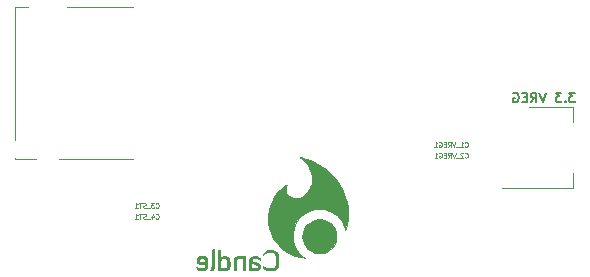
<source format=gbr>
%TF.GenerationSoftware,KiCad,Pcbnew,(5.1.6)-1*%
%TF.CreationDate,2020-08-08T14:22:08+05:30*%
%TF.ProjectId,F745_DISC,46373435-5f44-4495-9343-2e6b69636164,rev?*%
%TF.SameCoordinates,Original*%
%TF.FileFunction,Legend,Bot*%
%TF.FilePolarity,Positive*%
%FSLAX46Y46*%
G04 Gerber Fmt 4.6, Leading zero omitted, Abs format (unit mm)*
G04 Created by KiCad (PCBNEW (5.1.6)-1) date 2020-08-08 14:22:08*
%MOMM*%
%LPD*%
G01*
G04 APERTURE LIST*
%ADD10C,0.010000*%
%ADD11C,0.120000*%
%ADD12C,0.130000*%
%ADD13C,0.100000*%
G04 APERTURE END LIST*
D10*
%TO.C, *%
G36*
X54744739Y-58567141D02*
G01*
X54581969Y-58602542D01*
X54461482Y-58660752D01*
X54384567Y-58741100D01*
X54352514Y-58842915D01*
X54351600Y-58865634D01*
X54351600Y-58954817D01*
X54415288Y-58886097D01*
X54530728Y-58794753D01*
X54678911Y-58736240D01*
X54863360Y-58709349D01*
X54935800Y-58707190D01*
X55050623Y-58708874D01*
X55130365Y-58717220D01*
X55190601Y-58735081D01*
X55244388Y-58763737D01*
X55304260Y-58808195D01*
X55349036Y-58861929D01*
X55380753Y-58932531D01*
X55401449Y-59027590D01*
X55413164Y-59154696D01*
X55417936Y-59321438D01*
X55418361Y-59411464D01*
X55416316Y-59588974D01*
X55408768Y-59724136D01*
X55393535Y-59825294D01*
X55368436Y-59900790D01*
X55331288Y-59958968D01*
X55279911Y-60008171D01*
X55257936Y-60024983D01*
X55164999Y-60067119D01*
X55039871Y-60088204D01*
X54896005Y-60089485D01*
X54746856Y-60072209D01*
X54605877Y-60037623D01*
X54486522Y-59986973D01*
X54429490Y-59948223D01*
X54351600Y-59882684D01*
X54351600Y-59969414D01*
X54373806Y-60064279D01*
X54409055Y-60110120D01*
X54491072Y-60160563D01*
X54610403Y-60199795D01*
X54754530Y-60226480D01*
X54910937Y-60239283D01*
X55067107Y-60236868D01*
X55210522Y-60217902D01*
X55272240Y-60202194D01*
X55394262Y-60143949D01*
X55499133Y-60055351D01*
X55573388Y-59949266D01*
X55594732Y-59894029D01*
X55603773Y-59836137D01*
X55611442Y-59738569D01*
X55617172Y-59612442D01*
X55620400Y-59468874D01*
X55620901Y-59379200D01*
X55618707Y-59190937D01*
X55611179Y-59045169D01*
X55596266Y-58933694D01*
X55571916Y-58848312D01*
X55536080Y-58780822D01*
X55486705Y-58723026D01*
X55448060Y-58688181D01*
X55354677Y-58624874D01*
X55246011Y-58583654D01*
X55110568Y-58561462D01*
X54948500Y-58555218D01*
X54744739Y-58567141D01*
G37*
X54744739Y-58567141D02*
X54581969Y-58602542D01*
X54461482Y-58660752D01*
X54384567Y-58741100D01*
X54352514Y-58842915D01*
X54351600Y-58865634D01*
X54351600Y-58954817D01*
X54415288Y-58886097D01*
X54530728Y-58794753D01*
X54678911Y-58736240D01*
X54863360Y-58709349D01*
X54935800Y-58707190D01*
X55050623Y-58708874D01*
X55130365Y-58717220D01*
X55190601Y-58735081D01*
X55244388Y-58763737D01*
X55304260Y-58808195D01*
X55349036Y-58861929D01*
X55380753Y-58932531D01*
X55401449Y-59027590D01*
X55413164Y-59154696D01*
X55417936Y-59321438D01*
X55418361Y-59411464D01*
X55416316Y-59588974D01*
X55408768Y-59724136D01*
X55393535Y-59825294D01*
X55368436Y-59900790D01*
X55331288Y-59958968D01*
X55279911Y-60008171D01*
X55257936Y-60024983D01*
X55164999Y-60067119D01*
X55039871Y-60088204D01*
X54896005Y-60089485D01*
X54746856Y-60072209D01*
X54605877Y-60037623D01*
X54486522Y-59986973D01*
X54429490Y-59948223D01*
X54351600Y-59882684D01*
X54351600Y-59969414D01*
X54373806Y-60064279D01*
X54409055Y-60110120D01*
X54491072Y-60160563D01*
X54610403Y-60199795D01*
X54754530Y-60226480D01*
X54910937Y-60239283D01*
X55067107Y-60236868D01*
X55210522Y-60217902D01*
X55272240Y-60202194D01*
X55394262Y-60143949D01*
X55499133Y-60055351D01*
X55573388Y-59949266D01*
X55594732Y-59894029D01*
X55603773Y-59836137D01*
X55611442Y-59738569D01*
X55617172Y-59612442D01*
X55620400Y-59468874D01*
X55620901Y-59379200D01*
X55618707Y-59190937D01*
X55611179Y-59045169D01*
X55596266Y-58933694D01*
X55571916Y-58848312D01*
X55536080Y-58780822D01*
X55486705Y-58723026D01*
X55448060Y-58688181D01*
X55354677Y-58624874D01*
X55246011Y-58583654D01*
X55110568Y-58561462D01*
X54948500Y-58555218D01*
X54744739Y-58567141D01*
G36*
X53487649Y-59044407D02*
G01*
X53375186Y-59076633D01*
X53279809Y-59130657D01*
X53215538Y-59198806D01*
X53195012Y-59232111D01*
X53180022Y-59267017D01*
X53169703Y-59311765D01*
X53163187Y-59374600D01*
X53159610Y-59463764D01*
X53158103Y-59587500D01*
X53157800Y-59748060D01*
X53157800Y-60211009D01*
X53265750Y-60210122D01*
X53343226Y-60211884D01*
X53450538Y-60217352D01*
X53566948Y-60225428D01*
X53589600Y-60227268D01*
X53702619Y-60234810D01*
X53781773Y-60233693D01*
X53843517Y-60222234D01*
X53904304Y-60198750D01*
X53914407Y-60194064D01*
X54013337Y-60122055D01*
X54075454Y-60022972D01*
X54096805Y-59908479D01*
X54093250Y-59890487D01*
X53893368Y-59890487D01*
X53874553Y-59970872D01*
X53829280Y-60030829D01*
X53789700Y-60065549D01*
X53748544Y-60083921D01*
X53689772Y-60089669D01*
X53597347Y-60086520D01*
X53591096Y-60086170D01*
X53496841Y-60076339D01*
X53419230Y-60060172D01*
X53376816Y-60042185D01*
X53354460Y-60010273D01*
X53341499Y-59953435D01*
X53336077Y-59861119D01*
X53335600Y-59807889D01*
X53337727Y-59714323D01*
X53343371Y-59644155D01*
X53351432Y-59609499D01*
X53353801Y-59607800D01*
X53387066Y-59615798D01*
X53448686Y-59635853D01*
X53474451Y-59645006D01*
X53569864Y-59676616D01*
X53671383Y-59706010D01*
X53686190Y-59709846D01*
X53796434Y-59753798D01*
X53866411Y-59816070D01*
X53893368Y-59890487D01*
X54093250Y-59890487D01*
X54073442Y-59790240D01*
X54060619Y-59762363D01*
X54008644Y-59699386D01*
X53919120Y-59643424D01*
X53787218Y-59591988D01*
X53658653Y-59555161D01*
X53518048Y-59512377D01*
X53424340Y-59467490D01*
X53373627Y-59418099D01*
X53361389Y-59372264D01*
X53382268Y-59290562D01*
X53444371Y-59235587D01*
X53548869Y-59206621D01*
X53639546Y-59201400D01*
X53792113Y-59219223D01*
X53918651Y-59270369D01*
X53989112Y-59326857D01*
X54040218Y-59381713D01*
X54055160Y-59324575D01*
X54055805Y-59239078D01*
X54015359Y-59166663D01*
X53942133Y-59108576D01*
X53844439Y-59066062D01*
X53730586Y-59040366D01*
X53608886Y-59032733D01*
X53487649Y-59044407D01*
G37*
X53487649Y-59044407D02*
X53375186Y-59076633D01*
X53279809Y-59130657D01*
X53215538Y-59198806D01*
X53195012Y-59232111D01*
X53180022Y-59267017D01*
X53169703Y-59311765D01*
X53163187Y-59374600D01*
X53159610Y-59463764D01*
X53158103Y-59587500D01*
X53157800Y-59748060D01*
X53157800Y-60211009D01*
X53265750Y-60210122D01*
X53343226Y-60211884D01*
X53450538Y-60217352D01*
X53566948Y-60225428D01*
X53589600Y-60227268D01*
X53702619Y-60234810D01*
X53781773Y-60233693D01*
X53843517Y-60222234D01*
X53904304Y-60198750D01*
X53914407Y-60194064D01*
X54013337Y-60122055D01*
X54075454Y-60022972D01*
X54096805Y-59908479D01*
X54093250Y-59890487D01*
X53893368Y-59890487D01*
X53874553Y-59970872D01*
X53829280Y-60030829D01*
X53789700Y-60065549D01*
X53748544Y-60083921D01*
X53689772Y-60089669D01*
X53597347Y-60086520D01*
X53591096Y-60086170D01*
X53496841Y-60076339D01*
X53419230Y-60060172D01*
X53376816Y-60042185D01*
X53354460Y-60010273D01*
X53341499Y-59953435D01*
X53336077Y-59861119D01*
X53335600Y-59807889D01*
X53337727Y-59714323D01*
X53343371Y-59644155D01*
X53351432Y-59609499D01*
X53353801Y-59607800D01*
X53387066Y-59615798D01*
X53448686Y-59635853D01*
X53474451Y-59645006D01*
X53569864Y-59676616D01*
X53671383Y-59706010D01*
X53686190Y-59709846D01*
X53796434Y-59753798D01*
X53866411Y-59816070D01*
X53893368Y-59890487D01*
X54093250Y-59890487D01*
X54073442Y-59790240D01*
X54060619Y-59762363D01*
X54008644Y-59699386D01*
X53919120Y-59643424D01*
X53787218Y-59591988D01*
X53658653Y-59555161D01*
X53518048Y-59512377D01*
X53424340Y-59467490D01*
X53373627Y-59418099D01*
X53361389Y-59372264D01*
X53382268Y-59290562D01*
X53444371Y-59235587D01*
X53548869Y-59206621D01*
X53639546Y-59201400D01*
X53792113Y-59219223D01*
X53918651Y-59270369D01*
X53989112Y-59326857D01*
X54040218Y-59381713D01*
X54055160Y-59324575D01*
X54055805Y-59239078D01*
X54015359Y-59166663D01*
X53942133Y-59108576D01*
X53844439Y-59066062D01*
X53730586Y-59040366D01*
X53608886Y-59032733D01*
X53487649Y-59044407D01*
G36*
X52144836Y-59049802D02*
G01*
X52035973Y-59076234D01*
X51947995Y-59129795D01*
X51900441Y-59176001D01*
X51882958Y-59198894D01*
X51869790Y-59228543D01*
X51860171Y-59272269D01*
X51853338Y-59337393D01*
X51848528Y-59431239D01*
X51844975Y-59561129D01*
X51841917Y-59734383D01*
X51841870Y-59737401D01*
X51839454Y-59909685D01*
X51838632Y-60037713D01*
X51839905Y-60128018D01*
X51843776Y-60187133D01*
X51850745Y-60221590D01*
X51861314Y-60237921D01*
X51875984Y-60242660D01*
X51880668Y-60242800D01*
X51936550Y-60228648D01*
X51983749Y-60203259D01*
X52004968Y-60186113D01*
X52020075Y-60163754D01*
X52030107Y-60128065D01*
X52036099Y-60070930D01*
X52039086Y-59984234D01*
X52040104Y-59859861D01*
X52040200Y-59760837D01*
X52041161Y-59620273D01*
X52043810Y-59495693D01*
X52047803Y-59396837D01*
X52052793Y-59333443D01*
X52055979Y-59316837D01*
X52102278Y-59262526D01*
X52186870Y-59224150D01*
X52299117Y-59203996D01*
X52428380Y-59204347D01*
X52519625Y-59217275D01*
X52599000Y-59233150D01*
X52599000Y-59737975D01*
X52599121Y-59916206D01*
X52600642Y-60049335D01*
X52605302Y-60143061D01*
X52614839Y-60203081D01*
X52630992Y-60235091D01*
X52655500Y-60244790D01*
X52690100Y-60237875D01*
X52736532Y-60220043D01*
X52745050Y-60216608D01*
X52763562Y-60208005D01*
X52777571Y-60194746D01*
X52787703Y-60170363D01*
X52794588Y-60128388D01*
X52798853Y-60062355D01*
X52801125Y-59965797D01*
X52802031Y-59832245D01*
X52802200Y-59655233D01*
X52802200Y-59061700D01*
X52637100Y-59057290D01*
X52520017Y-59053864D01*
X52385560Y-59049498D01*
X52287850Y-59046049D01*
X52144836Y-59049802D01*
G37*
X52144836Y-59049802D02*
X52035973Y-59076234D01*
X51947995Y-59129795D01*
X51900441Y-59176001D01*
X51882958Y-59198894D01*
X51869790Y-59228543D01*
X51860171Y-59272269D01*
X51853338Y-59337393D01*
X51848528Y-59431239D01*
X51844975Y-59561129D01*
X51841917Y-59734383D01*
X51841870Y-59737401D01*
X51839454Y-59909685D01*
X51838632Y-60037713D01*
X51839905Y-60128018D01*
X51843776Y-60187133D01*
X51850745Y-60221590D01*
X51861314Y-60237921D01*
X51875984Y-60242660D01*
X51880668Y-60242800D01*
X51936550Y-60228648D01*
X51983749Y-60203259D01*
X52004968Y-60186113D01*
X52020075Y-60163754D01*
X52030107Y-60128065D01*
X52036099Y-60070930D01*
X52039086Y-59984234D01*
X52040104Y-59859861D01*
X52040200Y-59760837D01*
X52041161Y-59620273D01*
X52043810Y-59495693D01*
X52047803Y-59396837D01*
X52052793Y-59333443D01*
X52055979Y-59316837D01*
X52102278Y-59262526D01*
X52186870Y-59224150D01*
X52299117Y-59203996D01*
X52428380Y-59204347D01*
X52519625Y-59217275D01*
X52599000Y-59233150D01*
X52599000Y-59737975D01*
X52599121Y-59916206D01*
X52600642Y-60049335D01*
X52605302Y-60143061D01*
X52614839Y-60203081D01*
X52630992Y-60235091D01*
X52655500Y-60244790D01*
X52690100Y-60237875D01*
X52736532Y-60220043D01*
X52745050Y-60216608D01*
X52763562Y-60208005D01*
X52777571Y-60194746D01*
X52787703Y-60170363D01*
X52794588Y-60128388D01*
X52798853Y-60062355D01*
X52801125Y-59965797D01*
X52802031Y-59832245D01*
X52802200Y-59655233D01*
X52802200Y-59061700D01*
X52637100Y-59057290D01*
X52520017Y-59053864D01*
X52385560Y-59049498D01*
X52287850Y-59046049D01*
X52144836Y-59049802D01*
G36*
X50613306Y-58507438D02*
G01*
X50567000Y-58541000D01*
X50552947Y-58557076D01*
X50541754Y-58577799D01*
X50533095Y-58608686D01*
X50526647Y-58655251D01*
X50522086Y-58723010D01*
X50519086Y-58817480D01*
X50517324Y-58944175D01*
X50516474Y-59108611D01*
X50516213Y-59316305D01*
X50516200Y-59404600D01*
X50516200Y-60217400D01*
X50611450Y-60217531D01*
X50679757Y-60219151D01*
X50781150Y-60223368D01*
X50898028Y-60229408D01*
X50948000Y-60232332D01*
X51064898Y-60238165D01*
X51146061Y-60237434D01*
X51206340Y-60228278D01*
X51260582Y-60208836D01*
X51303600Y-60187751D01*
X51379110Y-60142544D01*
X51433716Y-60091370D01*
X51470373Y-60025687D01*
X51492039Y-59936953D01*
X51501666Y-59816625D01*
X51502213Y-59656160D01*
X51501709Y-59630051D01*
X51303600Y-59630051D01*
X51300433Y-59785906D01*
X51289573Y-59899212D01*
X51268984Y-59977901D01*
X51236631Y-60029909D01*
X51192753Y-60062027D01*
X51142538Y-60074389D01*
X51062122Y-60081250D01*
X50967325Y-60082818D01*
X50873968Y-60079303D01*
X50797872Y-60070916D01*
X50754857Y-60057867D01*
X50752860Y-60056191D01*
X50742021Y-60021078D01*
X50733343Y-59947543D01*
X50727110Y-59847932D01*
X50723602Y-59734589D01*
X50723103Y-59619858D01*
X50725895Y-59516084D01*
X50732261Y-59435610D01*
X50737931Y-59403574D01*
X50785545Y-59311065D01*
X50865759Y-59244414D01*
X50965619Y-59206992D01*
X51072171Y-59202171D01*
X51172463Y-59233323D01*
X51229354Y-59275646D01*
X51261796Y-59309979D01*
X51283071Y-59342853D01*
X51295535Y-59385508D01*
X51301542Y-59449183D01*
X51303447Y-59545115D01*
X51303600Y-59630051D01*
X51501709Y-59630051D01*
X51501436Y-59615910D01*
X51495814Y-59457132D01*
X51484560Y-59339658D01*
X51464090Y-59254030D01*
X51430819Y-59190792D01*
X51381163Y-59140488D01*
X51311537Y-59093661D01*
X51301151Y-59087523D01*
X51198272Y-59050367D01*
X51072481Y-59037645D01*
X50945558Y-59049645D01*
X50848848Y-59081572D01*
X50787381Y-59109963D01*
X50745424Y-59124643D01*
X50740898Y-59125200D01*
X50732754Y-59101405D01*
X50726026Y-59036433D01*
X50721365Y-58939900D01*
X50719420Y-58821423D01*
X50719400Y-58807700D01*
X50718938Y-58675936D01*
X50716670Y-58586719D01*
X50711275Y-58531794D01*
X50701435Y-58502910D01*
X50685827Y-58491814D01*
X50668600Y-58490200D01*
X50613306Y-58507438D01*
G37*
X50613306Y-58507438D02*
X50567000Y-58541000D01*
X50552947Y-58557076D01*
X50541754Y-58577799D01*
X50533095Y-58608686D01*
X50526647Y-58655251D01*
X50522086Y-58723010D01*
X50519086Y-58817480D01*
X50517324Y-58944175D01*
X50516474Y-59108611D01*
X50516213Y-59316305D01*
X50516200Y-59404600D01*
X50516200Y-60217400D01*
X50611450Y-60217531D01*
X50679757Y-60219151D01*
X50781150Y-60223368D01*
X50898028Y-60229408D01*
X50948000Y-60232332D01*
X51064898Y-60238165D01*
X51146061Y-60237434D01*
X51206340Y-60228278D01*
X51260582Y-60208836D01*
X51303600Y-60187751D01*
X51379110Y-60142544D01*
X51433716Y-60091370D01*
X51470373Y-60025687D01*
X51492039Y-59936953D01*
X51501666Y-59816625D01*
X51502213Y-59656160D01*
X51501709Y-59630051D01*
X51303600Y-59630051D01*
X51300433Y-59785906D01*
X51289573Y-59899212D01*
X51268984Y-59977901D01*
X51236631Y-60029909D01*
X51192753Y-60062027D01*
X51142538Y-60074389D01*
X51062122Y-60081250D01*
X50967325Y-60082818D01*
X50873968Y-60079303D01*
X50797872Y-60070916D01*
X50754857Y-60057867D01*
X50752860Y-60056191D01*
X50742021Y-60021078D01*
X50733343Y-59947543D01*
X50727110Y-59847932D01*
X50723602Y-59734589D01*
X50723103Y-59619858D01*
X50725895Y-59516084D01*
X50732261Y-59435610D01*
X50737931Y-59403574D01*
X50785545Y-59311065D01*
X50865759Y-59244414D01*
X50965619Y-59206992D01*
X51072171Y-59202171D01*
X51172463Y-59233323D01*
X51229354Y-59275646D01*
X51261796Y-59309979D01*
X51283071Y-59342853D01*
X51295535Y-59385508D01*
X51301542Y-59449183D01*
X51303447Y-59545115D01*
X51303600Y-59630051D01*
X51501709Y-59630051D01*
X51501436Y-59615910D01*
X51495814Y-59457132D01*
X51484560Y-59339658D01*
X51464090Y-59254030D01*
X51430819Y-59190792D01*
X51381163Y-59140488D01*
X51311537Y-59093661D01*
X51301151Y-59087523D01*
X51198272Y-59050367D01*
X51072481Y-59037645D01*
X50945558Y-59049645D01*
X50848848Y-59081572D01*
X50787381Y-59109963D01*
X50745424Y-59124643D01*
X50740898Y-59125200D01*
X50732754Y-59101405D01*
X50726026Y-59036433D01*
X50721365Y-58939900D01*
X50719420Y-58821423D01*
X50719400Y-58807700D01*
X50718938Y-58675936D01*
X50716670Y-58586719D01*
X50711275Y-58531794D01*
X50701435Y-58502910D01*
X50685827Y-58491814D01*
X50668600Y-58490200D01*
X50613306Y-58507438D01*
G36*
X50116150Y-58480518D02*
G01*
X50078574Y-58489806D01*
X50048812Y-58501380D01*
X50025955Y-58520754D01*
X50009091Y-58553441D01*
X49997311Y-58604955D01*
X49989704Y-58680809D01*
X49985359Y-58786516D01*
X49983366Y-58927591D01*
X49982815Y-59109545D01*
X49982800Y-59288039D01*
X49982600Y-59503158D01*
X49981749Y-59673682D01*
X49979872Y-59805817D01*
X49976595Y-59905768D01*
X49971542Y-59979739D01*
X49964338Y-60033936D01*
X49954608Y-60074563D01*
X49941977Y-60107825D01*
X49932000Y-60128500D01*
X49901245Y-60190330D01*
X49883191Y-60229539D01*
X49881200Y-60235470D01*
X49902121Y-60246821D01*
X49952538Y-60244853D01*
X50013935Y-60232839D01*
X50067794Y-60214055D01*
X50091396Y-60198303D01*
X50117213Y-60165983D01*
X50137898Y-60128371D01*
X50154011Y-60079785D01*
X50166111Y-60014545D01*
X50174758Y-59926967D01*
X50180512Y-59811371D01*
X50183930Y-59662075D01*
X50185573Y-59473396D01*
X50186000Y-59239654D01*
X50186000Y-58463832D01*
X50116150Y-58480518D01*
G37*
X50116150Y-58480518D02*
X50078574Y-58489806D01*
X50048812Y-58501380D01*
X50025955Y-58520754D01*
X50009091Y-58553441D01*
X49997311Y-58604955D01*
X49989704Y-58680809D01*
X49985359Y-58786516D01*
X49983366Y-58927591D01*
X49982815Y-59109545D01*
X49982800Y-59288039D01*
X49982600Y-59503158D01*
X49981749Y-59673682D01*
X49979872Y-59805817D01*
X49976595Y-59905768D01*
X49971542Y-59979739D01*
X49964338Y-60033936D01*
X49954608Y-60074563D01*
X49941977Y-60107825D01*
X49932000Y-60128500D01*
X49901245Y-60190330D01*
X49883191Y-60229539D01*
X49881200Y-60235470D01*
X49902121Y-60246821D01*
X49952538Y-60244853D01*
X50013935Y-60232839D01*
X50067794Y-60214055D01*
X50091396Y-60198303D01*
X50117213Y-60165983D01*
X50137898Y-60128371D01*
X50154011Y-60079785D01*
X50166111Y-60014545D01*
X50174758Y-59926967D01*
X50180512Y-59811371D01*
X50183930Y-59662075D01*
X50185573Y-59473396D01*
X50186000Y-59239654D01*
X50186000Y-58463832D01*
X50116150Y-58480518D01*
G36*
X48999237Y-59053024D02*
G01*
X48869473Y-59096381D01*
X48779387Y-59169910D01*
X48727657Y-59274647D01*
X48712800Y-59397279D01*
X48717064Y-59485488D01*
X48734700Y-59544455D01*
X48772979Y-59595373D01*
X48784987Y-59607694D01*
X48857121Y-59660838D01*
X48946388Y-59702941D01*
X48968938Y-59709975D01*
X49068298Y-59725653D01*
X49184868Y-59728285D01*
X49296213Y-59718543D01*
X49378487Y-59697706D01*
X49417718Y-59698490D01*
X49438659Y-59734699D01*
X49443064Y-59795079D01*
X49432687Y-59868373D01*
X49409280Y-59943329D01*
X49374597Y-60008692D01*
X49330391Y-60053206D01*
X49322400Y-60057718D01*
X49230029Y-60084649D01*
X49114755Y-60091007D01*
X48993153Y-60078890D01*
X48881798Y-60050391D01*
X48797261Y-60007607D01*
X48776171Y-59988657D01*
X48725931Y-59944988D01*
X48696264Y-59947518D01*
X48687400Y-59990469D01*
X48708787Y-60080006D01*
X48774853Y-60152074D01*
X48848200Y-60193601D01*
X48967777Y-60228545D01*
X49111529Y-60242257D01*
X49257931Y-60234699D01*
X49385456Y-60205830D01*
X49413297Y-60194633D01*
X49491050Y-60155337D01*
X49547417Y-60113060D01*
X49585780Y-60059165D01*
X49609522Y-59985018D01*
X49622025Y-59881986D01*
X49626672Y-59741433D01*
X49627106Y-59648824D01*
X49626219Y-59501795D01*
X49625826Y-59489178D01*
X49438079Y-59489178D01*
X49412826Y-59539442D01*
X49360500Y-59563815D01*
X49270312Y-59576681D01*
X49166143Y-59578108D01*
X49072710Y-59568526D01*
X49033282Y-59558133D01*
X48971733Y-59518552D01*
X48927009Y-59469083D01*
X48899472Y-59411256D01*
X48905771Y-59355013D01*
X48914698Y-59331544D01*
X48968577Y-59257596D01*
X49057957Y-59214798D01*
X49182479Y-59201400D01*
X49296030Y-59222097D01*
X49379415Y-59281631D01*
X49427887Y-59376168D01*
X49433957Y-59404600D01*
X49438079Y-59489178D01*
X49625826Y-59489178D01*
X49622917Y-59395806D01*
X49616098Y-59321115D01*
X49604663Y-59267980D01*
X49587511Y-59226657D01*
X49577429Y-59208983D01*
X49508644Y-59126177D01*
X49416858Y-59072694D01*
X49293437Y-59044928D01*
X49170000Y-59038802D01*
X48999237Y-59053024D01*
G37*
X48999237Y-59053024D02*
X48869473Y-59096381D01*
X48779387Y-59169910D01*
X48727657Y-59274647D01*
X48712800Y-59397279D01*
X48717064Y-59485488D01*
X48734700Y-59544455D01*
X48772979Y-59595373D01*
X48784987Y-59607694D01*
X48857121Y-59660838D01*
X48946388Y-59702941D01*
X48968938Y-59709975D01*
X49068298Y-59725653D01*
X49184868Y-59728285D01*
X49296213Y-59718543D01*
X49378487Y-59697706D01*
X49417718Y-59698490D01*
X49438659Y-59734699D01*
X49443064Y-59795079D01*
X49432687Y-59868373D01*
X49409280Y-59943329D01*
X49374597Y-60008692D01*
X49330391Y-60053206D01*
X49322400Y-60057718D01*
X49230029Y-60084649D01*
X49114755Y-60091007D01*
X48993153Y-60078890D01*
X48881798Y-60050391D01*
X48797261Y-60007607D01*
X48776171Y-59988657D01*
X48725931Y-59944988D01*
X48696264Y-59947518D01*
X48687400Y-59990469D01*
X48708787Y-60080006D01*
X48774853Y-60152074D01*
X48848200Y-60193601D01*
X48967777Y-60228545D01*
X49111529Y-60242257D01*
X49257931Y-60234699D01*
X49385456Y-60205830D01*
X49413297Y-60194633D01*
X49491050Y-60155337D01*
X49547417Y-60113060D01*
X49585780Y-60059165D01*
X49609522Y-59985018D01*
X49622025Y-59881986D01*
X49626672Y-59741433D01*
X49627106Y-59648824D01*
X49626219Y-59501795D01*
X49625826Y-59489178D01*
X49438079Y-59489178D01*
X49412826Y-59539442D01*
X49360500Y-59563815D01*
X49270312Y-59576681D01*
X49166143Y-59578108D01*
X49072710Y-59568526D01*
X49033282Y-59558133D01*
X48971733Y-59518552D01*
X48927009Y-59469083D01*
X48899472Y-59411256D01*
X48905771Y-59355013D01*
X48914698Y-59331544D01*
X48968577Y-59257596D01*
X49057957Y-59214798D01*
X49182479Y-59201400D01*
X49296030Y-59222097D01*
X49379415Y-59281631D01*
X49427887Y-59376168D01*
X49433957Y-59404600D01*
X49438079Y-59489178D01*
X49625826Y-59489178D01*
X49622917Y-59395806D01*
X49616098Y-59321115D01*
X49604663Y-59267980D01*
X49587511Y-59226657D01*
X49577429Y-59208983D01*
X49508644Y-59126177D01*
X49416858Y-59072694D01*
X49293437Y-59044928D01*
X49170000Y-59038802D01*
X48999237Y-59053024D01*
G36*
X57435875Y-50686612D02*
G01*
X57474728Y-50717938D01*
X57539300Y-50758613D01*
X57724247Y-50881745D01*
X57879108Y-51014281D01*
X58012979Y-51166530D01*
X58134952Y-51348803D01*
X58251617Y-51566319D01*
X58348675Y-51785144D01*
X58415125Y-51991437D01*
X58455252Y-52203497D01*
X58473338Y-52439617D01*
X58475147Y-52521200D01*
X58475294Y-52668276D01*
X58470622Y-52779994D01*
X58459450Y-52871697D01*
X58440098Y-52958730D01*
X58419507Y-53029200D01*
X58314843Y-53301979D01*
X58183079Y-53533873D01*
X58022400Y-53728055D01*
X58016906Y-53733538D01*
X57828092Y-53900415D01*
X57641414Y-54021276D01*
X57448603Y-54099828D01*
X57241391Y-54139777D01*
X57095173Y-54146799D01*
X56869890Y-54128408D01*
X56679291Y-54073055D01*
X56522932Y-53980472D01*
X56400368Y-53850394D01*
X56311151Y-53682552D01*
X56308075Y-53674533D01*
X56276045Y-53576822D01*
X56262089Y-53489448D01*
X56262952Y-53386769D01*
X56266063Y-53343571D01*
X56277304Y-53241691D01*
X56292399Y-53150801D01*
X56307515Y-53092399D01*
X56322477Y-53038267D01*
X56320663Y-53008595D01*
X56291500Y-53013133D01*
X56232194Y-53046208D01*
X56150182Y-53102179D01*
X56052908Y-53175406D01*
X55947809Y-53260250D01*
X55842329Y-53351072D01*
X55743906Y-53442231D01*
X55727743Y-53458014D01*
X55465096Y-53751998D01*
X55240582Y-54076729D01*
X55056286Y-54427163D01*
X54914293Y-54798252D01*
X54816689Y-55184950D01*
X54765558Y-55582213D01*
X54758000Y-55804812D01*
X54781971Y-56227211D01*
X54853026Y-56632544D01*
X54969880Y-57018506D01*
X55131248Y-57382793D01*
X55335845Y-57723100D01*
X55582385Y-58037122D01*
X55869584Y-58322556D01*
X56196155Y-58577097D01*
X56365290Y-58686876D01*
X56706424Y-58867636D01*
X57072674Y-59010802D01*
X57451270Y-59112010D01*
X57747053Y-59159032D01*
X57853206Y-59170683D01*
X57667299Y-59021129D01*
X57531338Y-58906589D01*
X57422929Y-58800883D01*
X57327197Y-58687542D01*
X57229268Y-58550100D01*
X57194896Y-58498121D01*
X57072579Y-58275531D01*
X56971471Y-58020878D01*
X56896229Y-57750125D01*
X56851509Y-57479238D01*
X56840800Y-57284221D01*
X56865089Y-56960147D01*
X56935877Y-56643716D01*
X57050050Y-56340943D01*
X57204493Y-56057841D01*
X57396092Y-55800424D01*
X57621732Y-55574707D01*
X57795629Y-55440597D01*
X57903994Y-55374643D01*
X58044681Y-55301190D01*
X58201467Y-55227702D01*
X58358129Y-55161645D01*
X58498442Y-55110481D01*
X58542600Y-55096924D01*
X58682639Y-55068794D01*
X58857307Y-55051684D01*
X59051673Y-55045460D01*
X59250806Y-55049988D01*
X59439775Y-55065132D01*
X59603649Y-55090758D01*
X59670234Y-55107093D01*
X59997599Y-55225553D01*
X60295519Y-55383326D01*
X60561467Y-55577908D01*
X60792920Y-55806797D01*
X60987352Y-56067491D01*
X61142238Y-56357487D01*
X61255053Y-56674285D01*
X61256315Y-56678871D01*
X61303346Y-56850557D01*
X61344146Y-56724228D01*
X61457137Y-56292217D01*
X61521678Y-55847805D01*
X61537738Y-55393971D01*
X61505281Y-54933696D01*
X61424274Y-54469961D01*
X61372015Y-54261100D01*
X61302606Y-54034283D01*
X61216777Y-53795705D01*
X61121210Y-53561988D01*
X61022585Y-53349754D01*
X60953317Y-53219377D01*
X60678328Y-52784765D01*
X60368609Y-52382909D01*
X60026958Y-52015962D01*
X59656173Y-51686080D01*
X59259054Y-51395416D01*
X58838399Y-51146125D01*
X58397007Y-50940361D01*
X57937678Y-50780278D01*
X57704400Y-50718572D01*
X57569420Y-50688024D01*
X57481092Y-50672171D01*
X57437287Y-50671528D01*
X57435875Y-50686612D01*
G37*
X57435875Y-50686612D02*
X57474728Y-50717938D01*
X57539300Y-50758613D01*
X57724247Y-50881745D01*
X57879108Y-51014281D01*
X58012979Y-51166530D01*
X58134952Y-51348803D01*
X58251617Y-51566319D01*
X58348675Y-51785144D01*
X58415125Y-51991437D01*
X58455252Y-52203497D01*
X58473338Y-52439617D01*
X58475147Y-52521200D01*
X58475294Y-52668276D01*
X58470622Y-52779994D01*
X58459450Y-52871697D01*
X58440098Y-52958730D01*
X58419507Y-53029200D01*
X58314843Y-53301979D01*
X58183079Y-53533873D01*
X58022400Y-53728055D01*
X58016906Y-53733538D01*
X57828092Y-53900415D01*
X57641414Y-54021276D01*
X57448603Y-54099828D01*
X57241391Y-54139777D01*
X57095173Y-54146799D01*
X56869890Y-54128408D01*
X56679291Y-54073055D01*
X56522932Y-53980472D01*
X56400368Y-53850394D01*
X56311151Y-53682552D01*
X56308075Y-53674533D01*
X56276045Y-53576822D01*
X56262089Y-53489448D01*
X56262952Y-53386769D01*
X56266063Y-53343571D01*
X56277304Y-53241691D01*
X56292399Y-53150801D01*
X56307515Y-53092399D01*
X56322477Y-53038267D01*
X56320663Y-53008595D01*
X56291500Y-53013133D01*
X56232194Y-53046208D01*
X56150182Y-53102179D01*
X56052908Y-53175406D01*
X55947809Y-53260250D01*
X55842329Y-53351072D01*
X55743906Y-53442231D01*
X55727743Y-53458014D01*
X55465096Y-53751998D01*
X55240582Y-54076729D01*
X55056286Y-54427163D01*
X54914293Y-54798252D01*
X54816689Y-55184950D01*
X54765558Y-55582213D01*
X54758000Y-55804812D01*
X54781971Y-56227211D01*
X54853026Y-56632544D01*
X54969880Y-57018506D01*
X55131248Y-57382793D01*
X55335845Y-57723100D01*
X55582385Y-58037122D01*
X55869584Y-58322556D01*
X56196155Y-58577097D01*
X56365290Y-58686876D01*
X56706424Y-58867636D01*
X57072674Y-59010802D01*
X57451270Y-59112010D01*
X57747053Y-59159032D01*
X57853206Y-59170683D01*
X57667299Y-59021129D01*
X57531338Y-58906589D01*
X57422929Y-58800883D01*
X57327197Y-58687542D01*
X57229268Y-58550100D01*
X57194896Y-58498121D01*
X57072579Y-58275531D01*
X56971471Y-58020878D01*
X56896229Y-57750125D01*
X56851509Y-57479238D01*
X56840800Y-57284221D01*
X56865089Y-56960147D01*
X56935877Y-56643716D01*
X57050050Y-56340943D01*
X57204493Y-56057841D01*
X57396092Y-55800424D01*
X57621732Y-55574707D01*
X57795629Y-55440597D01*
X57903994Y-55374643D01*
X58044681Y-55301190D01*
X58201467Y-55227702D01*
X58358129Y-55161645D01*
X58498442Y-55110481D01*
X58542600Y-55096924D01*
X58682639Y-55068794D01*
X58857307Y-55051684D01*
X59051673Y-55045460D01*
X59250806Y-55049988D01*
X59439775Y-55065132D01*
X59603649Y-55090758D01*
X59670234Y-55107093D01*
X59997599Y-55225553D01*
X60295519Y-55383326D01*
X60561467Y-55577908D01*
X60792920Y-55806797D01*
X60987352Y-56067491D01*
X61142238Y-56357487D01*
X61255053Y-56674285D01*
X61256315Y-56678871D01*
X61303346Y-56850557D01*
X61344146Y-56724228D01*
X61457137Y-56292217D01*
X61521678Y-55847805D01*
X61537738Y-55393971D01*
X61505281Y-54933696D01*
X61424274Y-54469961D01*
X61372015Y-54261100D01*
X61302606Y-54034283D01*
X61216777Y-53795705D01*
X61121210Y-53561988D01*
X61022585Y-53349754D01*
X60953317Y-53219377D01*
X60678328Y-52784765D01*
X60368609Y-52382909D01*
X60026958Y-52015962D01*
X59656173Y-51686080D01*
X59259054Y-51395416D01*
X58838399Y-51146125D01*
X58397007Y-50940361D01*
X57937678Y-50780278D01*
X57704400Y-50718572D01*
X57569420Y-50688024D01*
X57481092Y-50672171D01*
X57437287Y-50671528D01*
X57435875Y-50686612D01*
G36*
X58995168Y-55932973D02*
G01*
X58760939Y-55974976D01*
X58503003Y-56065689D01*
X58273111Y-56196830D01*
X58074733Y-56364678D01*
X57911341Y-56565513D01*
X57786405Y-56795613D01*
X57703396Y-57051259D01*
X57688565Y-57124503D01*
X57665335Y-57394346D01*
X57691473Y-57656408D01*
X57765687Y-57906632D01*
X57886680Y-58140962D01*
X58053160Y-58355341D01*
X58095172Y-58398837D01*
X58297068Y-58565244D01*
X58524654Y-58691083D01*
X58770583Y-58774373D01*
X59027509Y-58813135D01*
X59288084Y-58805391D01*
X59473205Y-58770071D01*
X59732935Y-58677449D01*
X59962421Y-58544744D01*
X60159271Y-58374159D01*
X60321093Y-58167892D01*
X60445498Y-57928144D01*
X60476230Y-57846972D01*
X60512548Y-57733400D01*
X60534535Y-57634731D01*
X60545519Y-57529739D01*
X60548826Y-57397198D01*
X60548861Y-57383560D01*
X60541712Y-57192039D01*
X60516312Y-57028677D01*
X60467578Y-56872683D01*
X60390428Y-56703268D01*
X60375405Y-56674100D01*
X60235466Y-56459520D01*
X60057452Y-56276211D01*
X59845744Y-56127542D01*
X59604721Y-56016886D01*
X59467262Y-55974976D01*
X59226827Y-55932399D01*
X58995168Y-55932973D01*
G37*
X58995168Y-55932973D02*
X58760939Y-55974976D01*
X58503003Y-56065689D01*
X58273111Y-56196830D01*
X58074733Y-56364678D01*
X57911341Y-56565513D01*
X57786405Y-56795613D01*
X57703396Y-57051259D01*
X57688565Y-57124503D01*
X57665335Y-57394346D01*
X57691473Y-57656408D01*
X57765687Y-57906632D01*
X57886680Y-58140962D01*
X58053160Y-58355341D01*
X58095172Y-58398837D01*
X58297068Y-58565244D01*
X58524654Y-58691083D01*
X58770583Y-58774373D01*
X59027509Y-58813135D01*
X59288084Y-58805391D01*
X59473205Y-58770071D01*
X59732935Y-58677449D01*
X59962421Y-58544744D01*
X60159271Y-58374159D01*
X60321093Y-58167892D01*
X60445498Y-57928144D01*
X60476230Y-57846972D01*
X60512548Y-57733400D01*
X60534535Y-57634731D01*
X60545519Y-57529739D01*
X60548826Y-57397198D01*
X60548861Y-57383560D01*
X60541712Y-57192039D01*
X60516312Y-57028677D01*
X60467578Y-56872683D01*
X60390428Y-56703268D01*
X60375405Y-56674100D01*
X60235466Y-56459520D01*
X60057452Y-56276211D01*
X59845744Y-56127542D01*
X59604721Y-56016886D01*
X59467262Y-55974976D01*
X59226827Y-55932399D01*
X58995168Y-55932973D01*
D11*
%TO.C,3.3 VREG*%
X80620000Y-46440000D02*
X80620000Y-47700000D01*
X80620000Y-53260000D02*
X80620000Y-52000000D01*
X76860000Y-46440000D02*
X80620000Y-46440000D01*
X74610000Y-53260000D02*
X80620000Y-53260000D01*
%TO.C,J1*%
X37025000Y-50845000D02*
X43325000Y-50845000D01*
X37725000Y-37975000D02*
X43325000Y-37975000D01*
X33315000Y-50845000D02*
X35125000Y-50845000D01*
X33315000Y-37975000D02*
X33315000Y-49235000D01*
X34475000Y-37975000D02*
X33315000Y-37975000D01*
X33315000Y-50735000D02*
X33315000Y-50845000D01*
%TO.C,3.3 VREG*%
D12*
X80747619Y-45221904D02*
X80252380Y-45221904D01*
X80519047Y-45526666D01*
X80404761Y-45526666D01*
X80328571Y-45564761D01*
X80290476Y-45602857D01*
X80252380Y-45679047D01*
X80252380Y-45869523D01*
X80290476Y-45945714D01*
X80328571Y-45983809D01*
X80404761Y-46021904D01*
X80633333Y-46021904D01*
X80709523Y-45983809D01*
X80747619Y-45945714D01*
X79909523Y-45945714D02*
X79871428Y-45983809D01*
X79909523Y-46021904D01*
X79947619Y-45983809D01*
X79909523Y-45945714D01*
X79909523Y-46021904D01*
X79604761Y-45221904D02*
X79109523Y-45221904D01*
X79376190Y-45526666D01*
X79261904Y-45526666D01*
X79185714Y-45564761D01*
X79147619Y-45602857D01*
X79109523Y-45679047D01*
X79109523Y-45869523D01*
X79147619Y-45945714D01*
X79185714Y-45983809D01*
X79261904Y-46021904D01*
X79490476Y-46021904D01*
X79566666Y-45983809D01*
X79604761Y-45945714D01*
X78271428Y-45221904D02*
X78004761Y-46021904D01*
X77738095Y-45221904D01*
X77014285Y-46021904D02*
X77280952Y-45640952D01*
X77471428Y-46021904D02*
X77471428Y-45221904D01*
X77166666Y-45221904D01*
X77090476Y-45260000D01*
X77052380Y-45298095D01*
X77014285Y-45374285D01*
X77014285Y-45488571D01*
X77052380Y-45564761D01*
X77090476Y-45602857D01*
X77166666Y-45640952D01*
X77471428Y-45640952D01*
X76671428Y-45602857D02*
X76404761Y-45602857D01*
X76290476Y-46021904D02*
X76671428Y-46021904D01*
X76671428Y-45221904D01*
X76290476Y-45221904D01*
X75528571Y-45260000D02*
X75604761Y-45221904D01*
X75719047Y-45221904D01*
X75833333Y-45260000D01*
X75909523Y-45336190D01*
X75947619Y-45412380D01*
X75985714Y-45564761D01*
X75985714Y-45679047D01*
X75947619Y-45831428D01*
X75909523Y-45907619D01*
X75833333Y-45983809D01*
X75719047Y-46021904D01*
X75642857Y-46021904D01*
X75528571Y-45983809D01*
X75490476Y-45945714D01*
X75490476Y-45679047D01*
X75642857Y-45679047D01*
%TO.C,C4_ST1*%
D13*
X45252380Y-55842857D02*
X45271428Y-55861904D01*
X45328571Y-55880952D01*
X45366666Y-55880952D01*
X45423809Y-55861904D01*
X45461904Y-55823809D01*
X45480952Y-55785714D01*
X45500000Y-55709523D01*
X45500000Y-55652380D01*
X45480952Y-55576190D01*
X45461904Y-55538095D01*
X45423809Y-55500000D01*
X45366666Y-55480952D01*
X45328571Y-55480952D01*
X45271428Y-55500000D01*
X45252380Y-55519047D01*
X44909523Y-55614285D02*
X44909523Y-55880952D01*
X45004761Y-55461904D02*
X45100000Y-55747619D01*
X44852380Y-55747619D01*
X44795238Y-55919047D02*
X44490476Y-55919047D01*
X44414285Y-55861904D02*
X44357142Y-55880952D01*
X44261904Y-55880952D01*
X44223809Y-55861904D01*
X44204761Y-55842857D01*
X44185714Y-55804761D01*
X44185714Y-55766666D01*
X44204761Y-55728571D01*
X44223809Y-55709523D01*
X44261904Y-55690476D01*
X44338095Y-55671428D01*
X44376190Y-55652380D01*
X44395238Y-55633333D01*
X44414285Y-55595238D01*
X44414285Y-55557142D01*
X44395238Y-55519047D01*
X44376190Y-55500000D01*
X44338095Y-55480952D01*
X44242857Y-55480952D01*
X44185714Y-55500000D01*
X44071428Y-55480952D02*
X43842857Y-55480952D01*
X43957142Y-55880952D02*
X43957142Y-55480952D01*
X43500000Y-55880952D02*
X43728571Y-55880952D01*
X43614285Y-55880952D02*
X43614285Y-55480952D01*
X43652380Y-55538095D01*
X43690476Y-55576190D01*
X43728571Y-55595238D01*
%TO.C,C3_ST1*%
X45252380Y-54917857D02*
X45271428Y-54936904D01*
X45328571Y-54955952D01*
X45366666Y-54955952D01*
X45423809Y-54936904D01*
X45461904Y-54898809D01*
X45480952Y-54860714D01*
X45500000Y-54784523D01*
X45500000Y-54727380D01*
X45480952Y-54651190D01*
X45461904Y-54613095D01*
X45423809Y-54575000D01*
X45366666Y-54555952D01*
X45328571Y-54555952D01*
X45271428Y-54575000D01*
X45252380Y-54594047D01*
X45119047Y-54555952D02*
X44871428Y-54555952D01*
X45004761Y-54708333D01*
X44947619Y-54708333D01*
X44909523Y-54727380D01*
X44890476Y-54746428D01*
X44871428Y-54784523D01*
X44871428Y-54879761D01*
X44890476Y-54917857D01*
X44909523Y-54936904D01*
X44947619Y-54955952D01*
X45061904Y-54955952D01*
X45100000Y-54936904D01*
X45119047Y-54917857D01*
X44795238Y-54994047D02*
X44490476Y-54994047D01*
X44414285Y-54936904D02*
X44357142Y-54955952D01*
X44261904Y-54955952D01*
X44223809Y-54936904D01*
X44204761Y-54917857D01*
X44185714Y-54879761D01*
X44185714Y-54841666D01*
X44204761Y-54803571D01*
X44223809Y-54784523D01*
X44261904Y-54765476D01*
X44338095Y-54746428D01*
X44376190Y-54727380D01*
X44395238Y-54708333D01*
X44414285Y-54670238D01*
X44414285Y-54632142D01*
X44395238Y-54594047D01*
X44376190Y-54575000D01*
X44338095Y-54555952D01*
X44242857Y-54555952D01*
X44185714Y-54575000D01*
X44071428Y-54555952D02*
X43842857Y-54555952D01*
X43957142Y-54955952D02*
X43957142Y-54555952D01*
X43500000Y-54955952D02*
X43728571Y-54955952D01*
X43614285Y-54955952D02*
X43614285Y-54555952D01*
X43652380Y-54613095D01*
X43690476Y-54651190D01*
X43728571Y-54670238D01*
%TO.C,C2_VREG1*%
X71431904Y-50672857D02*
X71450952Y-50691904D01*
X71508095Y-50710952D01*
X71546190Y-50710952D01*
X71603333Y-50691904D01*
X71641428Y-50653809D01*
X71660476Y-50615714D01*
X71679523Y-50539523D01*
X71679523Y-50482380D01*
X71660476Y-50406190D01*
X71641428Y-50368095D01*
X71603333Y-50330000D01*
X71546190Y-50310952D01*
X71508095Y-50310952D01*
X71450952Y-50330000D01*
X71431904Y-50349047D01*
X71279523Y-50349047D02*
X71260476Y-50330000D01*
X71222380Y-50310952D01*
X71127142Y-50310952D01*
X71089047Y-50330000D01*
X71070000Y-50349047D01*
X71050952Y-50387142D01*
X71050952Y-50425238D01*
X71070000Y-50482380D01*
X71298571Y-50710952D01*
X71050952Y-50710952D01*
X70974761Y-50749047D02*
X70670000Y-50749047D01*
X70631904Y-50310952D02*
X70498571Y-50710952D01*
X70365238Y-50310952D01*
X70003333Y-50710952D02*
X70136666Y-50520476D01*
X70231904Y-50710952D02*
X70231904Y-50310952D01*
X70079523Y-50310952D01*
X70041428Y-50330000D01*
X70022380Y-50349047D01*
X70003333Y-50387142D01*
X70003333Y-50444285D01*
X70022380Y-50482380D01*
X70041428Y-50501428D01*
X70079523Y-50520476D01*
X70231904Y-50520476D01*
X69831904Y-50501428D02*
X69698571Y-50501428D01*
X69641428Y-50710952D02*
X69831904Y-50710952D01*
X69831904Y-50310952D01*
X69641428Y-50310952D01*
X69260476Y-50330000D02*
X69298571Y-50310952D01*
X69355714Y-50310952D01*
X69412857Y-50330000D01*
X69450952Y-50368095D01*
X69470000Y-50406190D01*
X69489047Y-50482380D01*
X69489047Y-50539523D01*
X69470000Y-50615714D01*
X69450952Y-50653809D01*
X69412857Y-50691904D01*
X69355714Y-50710952D01*
X69317619Y-50710952D01*
X69260476Y-50691904D01*
X69241428Y-50672857D01*
X69241428Y-50539523D01*
X69317619Y-50539523D01*
X68860476Y-50710952D02*
X69089047Y-50710952D01*
X68974761Y-50710952D02*
X68974761Y-50310952D01*
X69012857Y-50368095D01*
X69050952Y-50406190D01*
X69089047Y-50425238D01*
%TO.C,C1_VREG1*%
X71421904Y-49752857D02*
X71440952Y-49771904D01*
X71498095Y-49790952D01*
X71536190Y-49790952D01*
X71593333Y-49771904D01*
X71631428Y-49733809D01*
X71650476Y-49695714D01*
X71669523Y-49619523D01*
X71669523Y-49562380D01*
X71650476Y-49486190D01*
X71631428Y-49448095D01*
X71593333Y-49410000D01*
X71536190Y-49390952D01*
X71498095Y-49390952D01*
X71440952Y-49410000D01*
X71421904Y-49429047D01*
X71040952Y-49790952D02*
X71269523Y-49790952D01*
X71155238Y-49790952D02*
X71155238Y-49390952D01*
X71193333Y-49448095D01*
X71231428Y-49486190D01*
X71269523Y-49505238D01*
X70964761Y-49829047D02*
X70660000Y-49829047D01*
X70621904Y-49390952D02*
X70488571Y-49790952D01*
X70355238Y-49390952D01*
X69993333Y-49790952D02*
X70126666Y-49600476D01*
X70221904Y-49790952D02*
X70221904Y-49390952D01*
X70069523Y-49390952D01*
X70031428Y-49410000D01*
X70012380Y-49429047D01*
X69993333Y-49467142D01*
X69993333Y-49524285D01*
X70012380Y-49562380D01*
X70031428Y-49581428D01*
X70069523Y-49600476D01*
X70221904Y-49600476D01*
X69821904Y-49581428D02*
X69688571Y-49581428D01*
X69631428Y-49790952D02*
X69821904Y-49790952D01*
X69821904Y-49390952D01*
X69631428Y-49390952D01*
X69250476Y-49410000D02*
X69288571Y-49390952D01*
X69345714Y-49390952D01*
X69402857Y-49410000D01*
X69440952Y-49448095D01*
X69460000Y-49486190D01*
X69479047Y-49562380D01*
X69479047Y-49619523D01*
X69460000Y-49695714D01*
X69440952Y-49733809D01*
X69402857Y-49771904D01*
X69345714Y-49790952D01*
X69307619Y-49790952D01*
X69250476Y-49771904D01*
X69231428Y-49752857D01*
X69231428Y-49619523D01*
X69307619Y-49619523D01*
X68850476Y-49790952D02*
X69079047Y-49790952D01*
X68964761Y-49790952D02*
X68964761Y-49390952D01*
X69002857Y-49448095D01*
X69040952Y-49486190D01*
X69079047Y-49505238D01*
%TD*%
M02*

</source>
